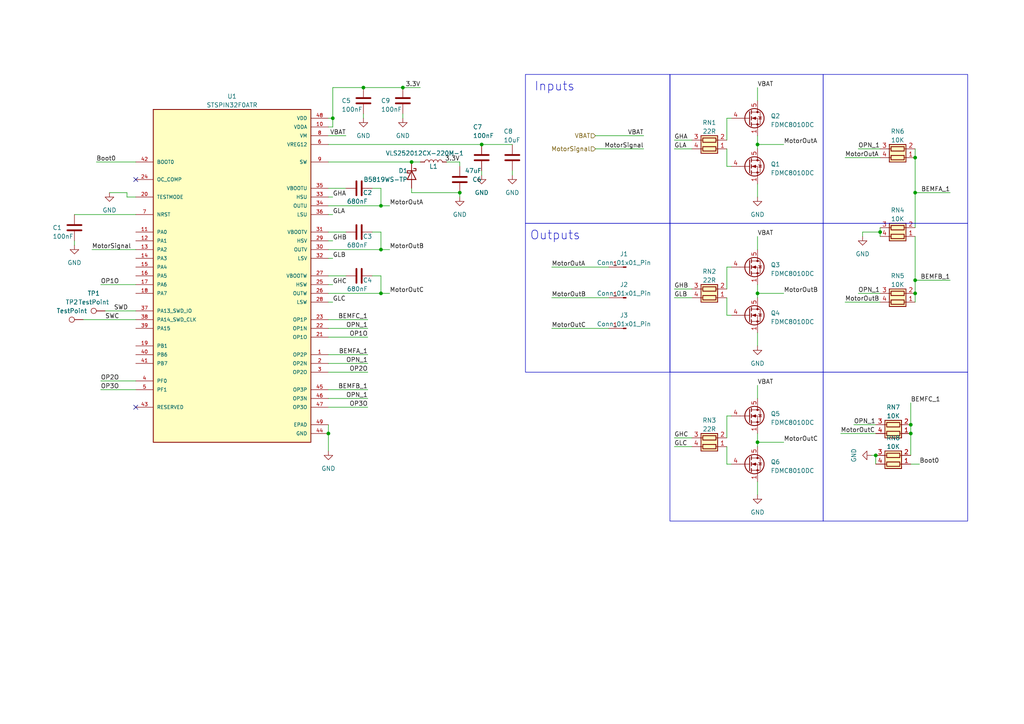
<source format=kicad_sch>
(kicad_sch (version 20230121) (generator eeschema)
  (paper "A4")
  (lib_symbols
    (symbol "Connector:Conn_01x01_Pin" (pin_names (offset 1.016) hide)
      (property "Reference" "J" (at 0 2.54 0))
      (property "Value" "Conn_01x01_Pin" (at 0 -2.54 0))
      (symbol "Conn_01x01_Pin_1_1"
        (polyline (pts (xy 1.27 0) (xy 0.8636 0)) (stroke (width 0.1524)))
        (rectangle (start 0.8636 0.127) (end 0 -0.127) (stroke (width 0.1524)) (fill (type outline)))
        (pin passive line (at 5.08 0 180) (length 3.81) (name "Pin_1") (number "1"))
      )
    )
    (symbol "Connector:TestPoint" (pin_numbers hide) (pin_names (offset 0.762) hide)
      (property "Reference" "TP" (at 0 6.858 0))
      (property "Value" "TestPoint" (at 0 5.08 0))
      (symbol "TestPoint_0_1"
        (circle (center 0 3.302) (radius 0.762))
      )
      (symbol "TestPoint_1_1"
        (pin passive line (at 0 0 90) (length 2.54) (name "1") (number "1"))
      )
    )
    (symbol "Device:C" (pin_numbers hide) (pin_names (offset 0.254))
      (property "Reference" "C" (at 0.635 2.54 0))
      (property "Value" "C" (at 0.635 -2.54 0))
      (symbol "C_0_1"
        (polyline (pts (xy -2.032 -0.762) (xy 2.032 -0.762)) (stroke (width 0.508)))
        (polyline (pts (xy -2.032 0.762) (xy 2.032 0.762)) (stroke (width 0.508)))
      )
      (symbol "C_1_1"
        (pin passive line (at 0 3.81 270) (length 2.794) (name "~") (number "1"))
        (pin passive line (at 0 -3.81 90) (length 2.794) (name "~") (number "2"))
      )
    )
    (symbol "Device:D_Schottky" (pin_numbers hide) (pin_names (offset 1.016) hide)
      (property "Reference" "D" (at 0 2.54 0))
      (property "Value" "D_Schottky" (at 0 -2.54 0))
      (symbol "D_Schottky_0_1"
        (polyline (pts (xy 1.27 0) (xy -1.27 0)))
        (polyline (pts (xy 1.27 1.27) (xy 1.27 -1.27) (xy -1.27 0) (xy 1.27 1.27)) (stroke (width 0.254)))
        (polyline (pts (xy -1.905 0.635) (xy -1.905 1.27) (xy -1.27 1.27) (xy -1.27 -1.27) (xy -0.635 -1.27) (xy -0.635 -0.635)) (stroke (width 0.254)))
      )
      (symbol "D_Schottky_1_1"
        (pin passive line (at -3.81 0 0) (length 2.54) (name "K") (number "1"))
        (pin passive line (at 3.81 0 180) (length 2.54) (name "A") (number "2"))
      )
    )
    (symbol "Device:L" (pin_numbers hide) (pin_names (offset 1.016) hide)
      (property "Reference" "L" (at -1.27 0 90))
      (property "Value" "L" (at 1.905 0 90))
      (symbol "L_0_1"
        (arc (start 0 -2.54) (mid 0.6323 -1.905) (end 0 -1.27))
        (arc (start 0 -1.27) (mid 0.6323 -0.635) (end 0 0))
        (arc (start 0 0) (mid 0.6323 0.635) (end 0 1.27))
        (arc (start 0 1.27) (mid 0.6323 1.905) (end 0 2.54))
      )
      (symbol "L_1_1"
        (pin passive line (at 0 3.81 270) (length 1.27) (name "1") (number "1"))
        (pin passive line (at 0 -3.81 90) (length 1.27) (name "2") (number "2"))
      )
    )
    (symbol "Device:R_Pack02" (pin_names (offset 0) hide)
      (property "Reference" "RN" (at -5.08 0 90))
      (property "Value" "R_Pack02" (at 2.54 0 90))
      (symbol "R_Pack02_0_1"
        (rectangle (start -3.81 -2.413) (end 1.27 2.413) (stroke (width 0.254)) (fill (type background)))
        (rectangle (start -3.175 1.905) (end -1.905 -1.905) (stroke (width 0.254)))
        (rectangle (start -0.635 1.905) (end 0.635 -1.905) (stroke (width 0.254)))
        (polyline (pts (xy -2.54 -2.54) (xy -2.54 -1.905)))
        (polyline (pts (xy -2.54 1.905) (xy -2.54 2.54)))
        (polyline (pts (xy 0 -2.54) (xy 0 -1.905)))
        (polyline (pts (xy 0 1.905) (xy 0 2.54)))
      )
      (symbol "R_Pack02_1_1"
        (pin passive line (at -2.54 -5.08 90) (length 2.54) (name "R1.1") (number "1"))
        (pin passive line (at 0 -5.08 90) (length 2.54) (name "R2.1") (number "2"))
        (pin passive line (at 0 5.08 270) (length 2.54) (name "R2.2") (number "3"))
        (pin passive line (at -2.54 5.08 270) (length 2.54) (name "R1.2") (number "4"))
      )
    )
    (symbol "OpenHW:FDMC8010DC" (pin_names (offset 0) hide)
      (property "Reference" "Q" (at 5.08 1.27 0))
      (property "Value" "FDMC8010DC" (at 5.08 -1.27 0))
      (symbol "FDMC8010DC_0_1"
        (polyline (pts (xy 0.254 0) (xy -2.54 0)))
        (polyline (pts (xy 0.254 1.905) (xy 0.254 -1.905)) (stroke (width 0.254)))
        (polyline (pts (xy 0.762 -1.27) (xy 0.762 -2.286)) (stroke (width 0.254)))
        (polyline (pts (xy 0.762 0.508) (xy 0.762 -0.508)) (stroke (width 0.254)))
        (polyline (pts (xy 0.762 2.286) (xy 0.762 1.27)) (stroke (width 0.254)))
        (polyline (pts (xy 2.54 2.54) (xy 2.54 1.778)))
        (polyline (pts (xy 2.54 -2.54) (xy 2.54 0) (xy 0.762 0)))
        (polyline (pts (xy 0.762 -1.778) (xy 3.302 -1.778) (xy 3.302 1.778) (xy 0.762 1.778)))
        (polyline (pts (xy 1.016 0) (xy 2.032 0.381) (xy 2.032 -0.381) (xy 1.016 0)) (fill (type outline)))
        (polyline (pts (xy 2.794 0.508) (xy 2.921 0.381) (xy 3.683 0.381) (xy 3.81 0.254)))
        (polyline (pts (xy 3.302 0.381) (xy 2.921 -0.254) (xy 3.683 -0.254) (xy 3.302 0.381)))
        (circle (center 1.651 0) (radius 2.794) (stroke (width 0.254)))
        (circle (center 2.54 -1.778) (radius 0.254) (fill (type outline)))
        (circle (center 2.54 1.778) (radius 0.254) (fill (type outline)))
      )
      (symbol "FDMC8010DC_1_1"
        (pin passive line (at 2.54 -5.08 90) (length 2.54) (name "S") (number "1"))
        (pin passive line (at 2.54 -5.08 90) (length 2.54) hide (name "S") (number "2"))
        (pin passive line (at 2.54 -5.08 90) (length 2.54) hide (name "S") (number "3"))
        (pin input line (at -5.08 0 0) (length 2.54) (name "G") (number "4"))
        (pin passive line (at 2.54 5.08 270) (length 2.54) (name "D") (number "5"))
      )
    )
    (symbol "OpenHW:STSPIN32F0ATR" (pin_names (offset 1.016))
      (property "Reference" "U" (at -22.86 49.53 0))
      (property "Value" "STSPIN32F0ATR" (at -22.86 -49.53 0))
      (symbol "STSPIN32F0ATR_0_0"
        (rectangle (start -22.86 -48.26) (end 22.86 48.26) (stroke (width 0.254)) (fill (type background)))
        (pin input line (at 27.94 -22.86 180) (length 5.08) (name "OP2P") (number "1"))
        (pin power_in line (at 27.94 43.18 180) (length 5.08) (name "VDDA") (number "10"))
        (pin bidirectional line (at -27.94 12.7 0) (length 5.08) (name "PA0") (number "11"))
        (pin bidirectional line (at -27.94 10.16 0) (length 5.08) (name "PA1") (number "12"))
        (pin bidirectional line (at -27.94 7.62 0) (length 5.08) (name "PA2") (number "13"))
        (pin bidirectional line (at -27.94 5.08 0) (length 5.08) (name "PA3") (number "14"))
        (pin bidirectional line (at -27.94 2.54 0) (length 5.08) (name "PA4") (number "15"))
        (pin bidirectional line (at -27.94 0 0) (length 5.08) (name "PA5") (number "16"))
        (pin bidirectional line (at -27.94 -2.54 0) (length 5.08) (name "PA6") (number "17"))
        (pin bidirectional line (at -27.94 -5.08 0) (length 5.08) (name "PA7") (number "18"))
        (pin bidirectional line (at -27.94 -20.32 0) (length 5.08) (name "PB1") (number "19"))
        (pin input line (at 27.94 -25.4 180) (length 5.08) (name "OP2N") (number "2"))
        (pin input line (at -27.94 22.86 0) (length 5.08) (name "TESTMODE") (number "20"))
        (pin output line (at 27.94 -17.78 180) (length 5.08) (name "OP1O") (number "21"))
        (pin input line (at 27.94 -15.24 180) (length 5.08) (name "OP1N") (number "22"))
        (pin input line (at 27.94 -12.7 180) (length 5.08) (name "OP1P") (number "23"))
        (pin input line (at -27.94 27.94 0) (length 5.08) (name "OC_COMP") (number "24"))
        (pin output line (at 27.94 -2.54 180) (length 5.08) (name "HSW") (number "25"))
        (pin output line (at 27.94 -5.08 180) (length 5.08) (name "OUTW") (number "26"))
        (pin power_in line (at 27.94 0 180) (length 5.08) (name "VBOOTW") (number "27"))
        (pin output line (at 27.94 -7.62 180) (length 5.08) (name "LSW") (number "28"))
        (pin output line (at 27.94 10.16 180) (length 5.08) (name "HSV") (number "29"))
        (pin output line (at 27.94 -27.94 180) (length 5.08) (name "OP2O") (number "3"))
        (pin output line (at 27.94 7.62 180) (length 5.08) (name "OUTV") (number "30"))
        (pin power_in line (at 27.94 12.7 180) (length 5.08) (name "VBOOTV") (number "31"))
        (pin output line (at 27.94 5.08 180) (length 5.08) (name "LSV") (number "32"))
        (pin output line (at 27.94 22.86 180) (length 5.08) (name "HSU") (number "33"))
        (pin output line (at 27.94 20.32 180) (length 5.08) (name "OUTU") (number "34"))
        (pin power_in line (at 27.94 25.4 180) (length 5.08) (name "VBOOTU") (number "35"))
        (pin output line (at 27.94 17.78 180) (length 5.08) (name "LSU") (number "36"))
        (pin bidirectional line (at -27.94 -10.16 0) (length 5.08) (name "PA13_SWD_IO") (number "37"))
        (pin bidirectional line (at -27.94 -12.7 0) (length 5.08) (name "PA14_SWD_CLK") (number "38"))
        (pin bidirectional line (at -27.94 -15.24 0) (length 5.08) (name "PA15") (number "39"))
        (pin bidirectional line (at -27.94 -30.48 0) (length 5.08) (name "PF0") (number "4"))
        (pin bidirectional line (at -27.94 -22.86 0) (length 5.08) (name "PB6") (number "40"))
        (pin bidirectional line (at -27.94 -25.4 0) (length 5.08) (name "PB7") (number "41"))
        (pin input line (at -27.94 33.02 0) (length 5.08) (name "BOOT0") (number "42"))
        (pin passive line (at -27.94 -38.1 0) (length 5.08) (name "RESERVED") (number "43"))
        (pin power_in line (at 27.94 -45.72 180) (length 5.08) (name "GND") (number "44"))
        (pin input line (at 27.94 -33.02 180) (length 5.08) (name "OP3P") (number "45"))
        (pin input line (at 27.94 -35.56 180) (length 5.08) (name "OP3N") (number "46"))
        (pin output line (at 27.94 -38.1 180) (length 5.08) (name "OP3O") (number "47"))
        (pin power_in line (at 27.94 45.72 180) (length 5.08) (name "VDD") (number "48"))
        (pin power_in line (at 27.94 -43.18 180) (length 5.08) (name "EPAD") (number "49"))
        (pin bidirectional line (at -27.94 -33.02 0) (length 5.08) (name "PF1") (number "5"))
        (pin power_in line (at 27.94 38.1 180) (length 5.08) (name "VREG12") (number "6"))
        (pin bidirectional line (at -27.94 17.78 0) (length 5.08) (name "NRST") (number "7"))
        (pin power_in line (at 27.94 40.64 180) (length 5.08) (name "VM") (number "8"))
        (pin output line (at 27.94 33.02 180) (length 5.08) (name "SW") (number "9"))
      )
    )
    (symbol "power:GND" (power) (pin_names (offset 0))
      (property "Value" "GND" (at 0 -3.81 0))
      (symbol "GND_0_1"
        (polyline (pts (xy 0 0) (xy 0 -1.27) (xy 1.27 -1.27) (xy 0 -2.54) (xy -1.27 -1.27) (xy 0 -1.27)))
      )
      (symbol "GND_1_1"
        (pin power_in line (at 0 0 270) (length 0) hide (name "GND") (number "1"))
      )
    )
  )
  (junction (at 264.16 125.73))
  (junction (at 110.49 72.39))
  (junction (at 133.35 55.88))
  (junction (at 110.49 59.69))
  (junction (at 96.52 34.29))
  (junction (at 265.43 81.28))
  (junction (at 139.7 41.91))
  (junction (at 265.43 45.72))
  (junction (at 265.43 85.09))
  (junction (at 105.41 25.4))
  (junction (at 254 132.08))
  (junction (at 116.84 25.4))
  (junction (at 119.38 46.99))
  (junction (at 95.25 125.73))
  (junction (at 255.27 67.31))
  (junction (at 110.49 85.09))
  (junction (at 264.16 123.19))
  (junction (at 265.43 55.88))
  (junction (at 219.71 41.91))
  (junction (at 219.71 85.09))
  (junction (at 219.71 128.27))
  (no_connect (at 39.37 118.11))
  (no_connect (at 39.37 52.07))
  (wire (pts (xy 210.82 86.36) (xy 210.82 91.44)))
  (wire (pts (xy 107.95 80.01) (xy 110.49 80.01)))
  (wire (pts (xy 248.92 43.18) (xy 255.27 43.18)))
  (wire (pts (xy 265.43 55.88) (xy 265.43 66.04)))
  (wire (pts (xy 265.43 68.58) (xy 265.43 81.28)))
  (wire (pts (xy 210.82 43.18) (xy 210.82 48.26)))
  (wire (pts (xy 96.52 74.93) (xy 95.25 74.93)))
  (wire (pts (xy 110.49 54.61) (xy 110.49 59.69)))
  (wire (pts (xy 110.49 80.01) (xy 110.49 85.09)))
  (wire (pts (xy 243.84 125.73) (xy 254 125.73)))
  (wire (pts (xy 113.03 85.09) (xy 110.49 85.09)))
  (wire (pts (xy 195.58 40.64) (xy 200.66 40.64)))
  (wire (pts (xy 24.13 92.71) (xy 39.37 92.71)))
  (wire (pts (xy 172.72 39.37) (xy 186.69 39.37)))
  (wire (pts (xy 195.58 129.54) (xy 200.66 129.54)))
  (wire (pts (xy 106.68 113.03) (xy 95.25 113.03)))
  (wire (pts (xy 133.35 46.99) (xy 133.35 48.26)))
  (wire (pts (xy 255.27 67.31) (xy 255.27 68.58)))
  (wire (pts (xy 95.25 36.83) (xy 96.52 36.83)))
  (wire (pts (xy 110.49 59.69) (xy 113.03 59.69)))
  (wire (pts (xy 275.59 81.28) (xy 265.43 81.28)))
  (wire (pts (xy 106.68 102.87) (xy 95.25 102.87)))
  (wire (pts (xy 250.19 67.31) (xy 255.27 67.31)))
  (wire (pts (xy 245.11 45.72) (xy 255.27 45.72)))
  (wire (pts (xy 210.82 134.62) (xy 212.09 134.62)))
  (wire (pts (xy 96.52 25.4) (xy 96.52 34.29)))
  (wire (pts (xy 219.71 143.51) (xy 219.71 139.7)))
  (wire (pts (xy 148.59 49.53) (xy 148.59 50.8)))
  (wire (pts (xy 96.52 36.83) (xy 96.52 34.29)))
  (wire (pts (xy 210.82 77.47) (xy 212.09 77.47)))
  (wire (pts (xy 100.33 54.61) (xy 95.25 54.61)))
  (wire (pts (xy 255.27 67.31) (xy 255.27 66.04)))
  (wire (pts (xy 219.71 128.27) (xy 219.71 129.54)))
  (wire (pts (xy 105.41 25.4) (xy 116.84 25.4)))
  (wire (pts (xy 160.02 95.25) (xy 176.53 95.25)))
  (wire (pts (xy 106.68 97.79) (xy 95.25 97.79)))
  (wire (pts (xy 119.38 46.99) (xy 121.92 46.99)))
  (wire (pts (xy 29.21 82.55) (xy 39.37 82.55)))
  (wire (pts (xy 106.68 92.71) (xy 95.25 92.71)))
  (wire (pts (xy 133.35 57.15) (xy 133.35 55.88)))
  (wire (pts (xy 219.71 68.58) (xy 219.71 72.39)))
  (wire (pts (xy 250.19 67.31) (xy 250.19 68.58)))
  (wire (pts (xy 106.68 95.25) (xy 95.25 95.25)))
  (wire (pts (xy 21.59 62.23) (xy 39.37 62.23)))
  (wire (pts (xy 29.21 110.49) (xy 39.37 110.49)))
  (wire (pts (xy 219.71 41.91) (xy 227.33 41.91)))
  (wire (pts (xy 266.7 134.62) (xy 264.16 134.62)))
  (wire (pts (xy 100.33 80.01) (xy 95.25 80.01)))
  (wire (pts (xy 36.83 57.15) (xy 39.37 57.15)))
  (wire (pts (xy 139.7 41.91) (xy 148.59 41.91)))
  (wire (pts (xy 264.16 116.84) (xy 264.16 123.19)))
  (wire (pts (xy 265.43 55.88) (xy 275.59 55.88)))
  (wire (pts (xy 219.71 57.15) (xy 219.71 53.34)))
  (wire (pts (xy 265.43 81.28) (xy 265.43 85.09)))
  (wire (pts (xy 95.25 123.19) (xy 95.25 125.73)))
  (wire (pts (xy 219.71 85.09) (xy 219.71 86.36)))
  (wire (pts (xy 95.25 41.91) (xy 139.7 41.91)))
  (wire (pts (xy 36.83 55.88) (xy 31.75 55.88)))
  (wire (pts (xy 105.41 34.29) (xy 105.41 33.02)))
  (wire (pts (xy 219.71 111.76) (xy 219.71 115.57)))
  (wire (pts (xy 219.71 125.73) (xy 219.71 128.27)))
  (wire (pts (xy 100.33 39.37) (xy 95.25 39.37)))
  (wire (pts (xy 210.82 91.44) (xy 212.09 91.44)))
  (wire (pts (xy 95.25 34.29) (xy 96.52 34.29)))
  (wire (pts (xy 110.49 85.09) (xy 95.25 85.09)))
  (wire (pts (xy 116.84 34.29) (xy 116.84 33.02)))
  (wire (pts (xy 265.43 43.18) (xy 265.43 45.72)))
  (wire (pts (xy 106.68 115.57) (xy 95.25 115.57)))
  (wire (pts (xy 195.58 86.36) (xy 200.66 86.36)))
  (wire (pts (xy 96.52 57.15) (xy 95.25 57.15)))
  (wire (pts (xy 129.54 46.99) (xy 133.35 46.99)))
  (wire (pts (xy 96.52 62.23) (xy 95.25 62.23)))
  (wire (pts (xy 219.71 25.4) (xy 219.71 29.21)))
  (wire (pts (xy 210.82 34.29) (xy 212.09 34.29)))
  (wire (pts (xy 139.7 49.53) (xy 139.7 50.8)))
  (wire (pts (xy 248.92 85.09) (xy 255.27 85.09)))
  (wire (pts (xy 254 132.08) (xy 254 134.62)))
  (wire (pts (xy 247.65 123.19) (xy 254 123.19)))
  (wire (pts (xy 219.71 82.55) (xy 219.71 85.09)))
  (wire (pts (xy 27.94 46.99) (xy 39.37 46.99)))
  (wire (pts (xy 210.82 127) (xy 210.82 120.65)))
  (wire (pts (xy 116.84 25.4) (xy 121.92 25.4)))
  (wire (pts (xy 195.58 127) (xy 200.66 127)))
  (wire (pts (xy 26.67 72.39) (xy 39.37 72.39)))
  (wire (pts (xy 29.21 113.03) (xy 39.37 113.03)))
  (wire (pts (xy 96.52 82.55) (xy 95.25 82.55)))
  (wire (pts (xy 210.82 120.65) (xy 212.09 120.65)))
  (wire (pts (xy 119.38 55.88) (xy 133.35 55.88)))
  (wire (pts (xy 210.82 48.26) (xy 212.09 48.26)))
  (wire (pts (xy 95.25 130.81) (xy 95.25 125.73)))
  (wire (pts (xy 107.95 54.61) (xy 110.49 54.61)))
  (wire (pts (xy 210.82 40.64) (xy 210.82 34.29)))
  (wire (pts (xy 265.43 85.09) (xy 265.43 87.63)))
  (wire (pts (xy 96.52 25.4) (xy 105.41 25.4)))
  (wire (pts (xy 265.43 45.72) (xy 265.43 55.88)))
  (wire (pts (xy 110.49 72.39) (xy 95.25 72.39)))
  (wire (pts (xy 210.82 83.82) (xy 210.82 77.47)))
  (wire (pts (xy 254 132.08) (xy 252.73 132.08)))
  (wire (pts (xy 119.38 46.99) (xy 95.25 46.99)))
  (wire (pts (xy 106.68 105.41) (xy 95.25 105.41)))
  (wire (pts (xy 119.38 54.61) (xy 119.38 55.88)))
  (wire (pts (xy 106.68 118.11) (xy 95.25 118.11)))
  (wire (pts (xy 160.02 86.36) (xy 176.53 86.36)))
  (wire (pts (xy 219.71 128.27) (xy 227.33 128.27)))
  (wire (pts (xy 219.71 39.37) (xy 219.71 41.91)))
  (wire (pts (xy 21.59 71.12) (xy 21.59 69.85)))
  (wire (pts (xy 160.02 77.47) (xy 176.53 77.47)))
  (wire (pts (xy 195.58 43.18) (xy 200.66 43.18)))
  (wire (pts (xy 264.16 125.73) (xy 264.16 132.08)))
  (wire (pts (xy 30.48 90.17) (xy 39.37 90.17)))
  (wire (pts (xy 245.11 87.63) (xy 255.27 87.63)))
  (wire (pts (xy 172.72 43.18) (xy 186.69 43.18)))
  (wire (pts (xy 219.71 100.33) (xy 219.71 96.52)))
  (wire (pts (xy 219.71 41.91) (xy 219.71 43.18)))
  (wire (pts (xy 195.58 83.82) (xy 200.66 83.82)))
  (wire (pts (xy 110.49 67.31) (xy 110.49 72.39)))
  (wire (pts (xy 107.95 67.31) (xy 110.49 67.31)))
  (wire (pts (xy 219.71 85.09) (xy 227.33 85.09)))
  (wire (pts (xy 113.03 72.39) (xy 110.49 72.39)))
  (wire (pts (xy 36.83 55.88) (xy 36.83 57.15)))
  (wire (pts (xy 96.52 69.85) (xy 95.25 69.85)))
  (wire (pts (xy 96.52 87.63) (xy 95.25 87.63)))
  (wire (pts (xy 210.82 129.54) (xy 210.82 134.62)))
  (wire (pts (xy 100.33 67.31) (xy 95.25 67.31)))
  (wire (pts (xy 264.16 123.19) (xy 264.16 125.73)))
  (wire (pts (xy 106.68 107.95) (xy 95.25 107.95)))
  (wire (pts (xy 95.25 59.69) (xy 110.49 59.69)))
  (rectangle (start 194.31 107.95) (end 238.76 151.13))
  (rectangle (start 152.4 21.59) (end 194.31 64.77))
  (rectangle (start 238.76 21.59) (end 280.67 64.77))
  (rectangle (start 152.4 64.77) (end 194.31 107.95))
  (rectangle (start 238.76 107.95) (end 280.67 151.13))
  (rectangle (start 194.31 21.59) (end 238.76 64.77))
  (rectangle (start 238.76 64.77) (end 280.67 107.95))
  (rectangle (start 194.31 64.77) (end 238.76 107.95))
  (text "Inputs" (at 154.94 26.67 0) (effects (font (size 2.54 2.54)) (justify left bottom)))
  (text "Outputs" (at 153.67 69.85 0) (effects (font (size 2.54 2.54)) (justify left bottom)))
  (label "BEMFC_1" (at 264.16 116.84 0))
  (label "OP2O" (at 106.68 107.95 180))
  (label "GLC" (at 96.52 87.63 0))
  (label "GHB" (at 96.52 69.85 0))
  (label "BEMFB_1" (at 106.68 113.03 180))
  (label "VBAT" (at 219.71 68.58 0))
  (label "Boot0" (at 266.7 134.62 0))
  (label "OPN_1" (at 106.68 95.25 180))
  (label "OP3O" (at 106.68 118.11 180))
  (label "VBAT" (at 219.71 111.76 0))
  (label "OPN_1" (at 106.68 115.57 180))
  (label "Boot0" (at 27.94 46.99 0))
  (label "BEMFA_1" (at 275.59 55.88 180))
  (label "BEMFA_1" (at 106.68 102.87 180))
  (label "OPN_1" (at 247.65 123.19 0))
  (label "MotorOutB" (at 160.02 86.36 0))
  (label "MotorOutA" (at 245.11 45.72 0))
  (label "GLB" (at 195.58 86.36 0))
  (label "3.3V" (at 121.92 25.4 180))
  (label "MotorOutB" (at 113.03 72.39 0))
  (label "OP2O" (at 29.21 110.49 0))
  (label "SWD" (at 33.02 90.17 0))
  (label "MotorOutB" (at 245.11 87.63 0))
  (label "OP3O" (at 29.21 113.03 0))
  (label "MotorOutC" (at 243.84 125.73 0))
  (label "GLC" (at 195.58 129.54 0))
  (label "MotorOutA" (at 113.03 59.69 0))
  (label "VBAT" (at 186.69 39.37 180))
  (label "GHA" (at 96.52 57.15 0))
  (label "OP1O" (at 106.68 97.79 180))
  (label "MotorSignal" (at 26.67 72.39 0))
  (label "GLA" (at 195.58 43.18 0))
  (label "MotorOutC" (at 227.33 128.27 0))
  (label "BEMFB_1" (at 275.59 81.28 180))
  (label "GLB" (at 96.52 74.93 0))
  (label "MotorOutC" (at 113.03 85.09 0))
  (label "MotorOutC" (at 160.02 95.25 0))
  (label "GHB" (at 195.58 83.82 0))
  (label "VBAT" (at 219.71 25.4 0))
  (label "OPN_1" (at 106.68 105.41 180))
  (label "GHA" (at 195.58 40.64 0))
  (label "VBAT" (at 100.33 39.37 180))
  (label "OPN_1" (at 248.92 85.09 0))
  (label "3.3V" (at 133.35 46.99 180))
  (label "MotorOutB" (at 227.33 85.09 0))
  (label "OPN_1" (at 248.92 43.18 0))
  (label "GLA" (at 96.52 62.23 0))
  (label "OP1O" (at 29.21 82.55 0))
  (label "BEMFC_1" (at 106.68 92.71 180))
  (label "GHC" (at 195.58 127 0))
  (label "GHC" (at 96.52 82.55 0))
  (label "SWC" (at 30.48 92.71 0))
  (label "MotorOutA" (at 160.02 77.47 0))
  (label "MotorOutA" (at 227.33 41.91 0))
  (label "MotorSignal" (at 186.69 43.18 180))
  (hierarchical_label "VBAT" (shape input) (at 172.72 39.37 180))
  (hierarchical_label "MotorSignal" (shape input) (at 172.72 43.18 180))
  (symbol (lib_id "power:GND") (at 95.25 130.81 0) (unit 1)
    (property "Reference" "#PWR04" (effects hide))
    (property "Value" "GND" (at 95.25 135.89 0))
    (instances (project "Slimmeri_GD32" (path "" (reference "#PWR04") (unit 1)) (path "" (reference "#PWR029") (unit 1))))
  )
  (symbol (lib_id "power:GND") (at 219.71 57.15 0) (unit 1)
    (property "Reference" "#PWR07" (effects hide))
    (property "Value" "GND" (at 219.71 62.23 0))
    (instances (project "Slimmeri_GD32" (path "" (reference "#PWR07") (unit 1)) (path "" (reference "#PWR035") (unit 1))))
  )
  (symbol (lib_id "power:GND") (at 116.84 34.29 0) (unit 1)
    (property "Reference" "#PWR011" (effects hide))
    (property "Value" "GND" (at 116.84 39.37 0))
    (instances (project "Slimmeri_GD32" (path "" (reference "#PWR011") (unit 1)) (path "" (reference "#PWR031") (unit 1))))
  )
  (symbol (lib_id "Device:R_Pack02") (at 260.35 85.09 90) (unit 1)
    (property "Reference" "RN5" (at 260.35 80.01 90))
    (property "Value" "10K" (at 260.35 82.55 90))
    (property "Footprint" "OpenHW:R_Array_Slim_2x0402" (effects hide))
    (instances (project "Slimmeri_GD32" (path "" (reference "RN5") (unit 1)) (path "" (reference "RN24") (unit 1))))
  )
  (symbol (lib_id "Device:C") (at 116.84 29.21 0) (unit 1)
    (property "Reference" "C9" (at 110.49 29.21 0) (effects (justify left)))
    (property "Value" "100nF" (at 110.49 31.75 0) (effects (justify left)))
    (property "Footprint" "Capacitor_SMD:C_0402_1005Metric" (effects hide))
    (instances (project "Slimmeri_GD32" (path "" (reference "C9") (unit 1)) (path "" (reference "C24") (unit 1))))
  )
  (symbol (lib_id "OpenHW:STSPIN32F0ATR") (at 67.31 80.01 0) (unit 1)
    (property "Reference" "U1" (at 67.31 27.94 0))
    (property "Value" "STSPIN32F0ATR" (at 67.31 30.48 0))
    (property "Footprint" "IC_STSPIN32F0ATR" (effects hide))
    (property "PARTREV" "2" (effects hide))
    (property "STANDARD" "Manufacturer Recommendations" (effects hide))
    (property "SNAPEDA_PN" "STSPIN32F0ATR" (effects hide))
    (property "MAXIMUM_PACKAGE_HEIGHT" "1.1 mm" (effects hide))
    (property "MANUFACTURER" "STMicroelectronics" (effects hide))
    (instances (project "Slimmeri_GD32" (path "" (reference "U1") (unit 1)) (path "" (reference "U3") (unit 1))))
  )
  (symbol (lib_id "Connector:Conn_01x01_Pin") (at 181.61 86.36 180) (unit 1)
    (property "Reference" "J2" (at 180.975 82.55 0))
    (property "Value" "Conn_01x01_Pin" (at 180.975 85.09 0))
    (property "Footprint" "OpenHW:MotorPad" (effects hide))
    (instances (project "Slimmeri_GD32" (path "" (reference "J2") (unit 1)) (path "" (reference "J8") (unit 1))))
  )
  (symbol (lib_id "Device:R_Pack02") (at 260.35 66.04 90) (unit 1)
    (property "Reference" "RN4" (at 260.35 60.96 90))
    (property "Value" "10K" (at 260.35 63.5 90))
    (property "Footprint" "OpenHW:R_Array_Slim_2x0402" (effects hide))
    (instances (project "Slimmeri_GD32" (path "" (reference "RN4") (unit 1)) (path "" (reference "RN23") (unit 1))))
  )
  (symbol (lib_id "power:GND") (at 148.59 50.8 0) (unit 1)
    (property "Reference" "#PWR013" (effects hide))
    (property "Value" "GND" (at 148.59 55.88 0))
    (instances (project "Slimmeri_GD32" (path "" (reference "#PWR013") (unit 1)) (path "" (reference "#PWR034") (unit 1))))
  )
  (symbol (lib_id "Device:R_Pack02") (at 260.35 43.18 90) (unit 1)
    (property "Reference" "RN6" (at 260.35 38.1 90))
    (property "Value" "10K" (at 260.35 40.64 90))
    (property "Footprint" "OpenHW:R_Array_Slim_2x0402" (effects hide))
    (instances (project "Slimmeri_GD32" (path "" (reference "RN6") (unit 1)) (path "" (reference "RN22") (unit 1))))
  )
  (symbol (lib_id "power:GND") (at 219.71 143.51 0) (unit 1)
    (property "Reference" "#PWR09" (effects hide))
    (property "Value" "GND" (at 219.71 148.59 0))
    (instances (project "Slimmeri_GD32" (path "" (reference "#PWR09") (unit 1)) (path "" (reference "#PWR037") (unit 1))))
  )
  (symbol (lib_id "Connector:Conn_01x01_Pin") (at 181.61 95.25 180) (unit 1)
    (property "Reference" "J3" (at 180.975 91.44 0))
    (property "Value" "Conn_01x01_Pin" (at 180.975 93.98 0))
    (property "Footprint" "OpenHW:MotorPad" (effects hide))
    (instances (project "Slimmeri_GD32" (path "" (reference "J3") (unit 1)) (path "" (reference "J9") (unit 1))))
  )
  (symbol (lib_id "power:GND") (at 133.35 57.15 0) (unit 1)
    (property "Reference" "#PWR015" (effects hide))
    (property "Value" "GND" (at 133.35 62.23 0))
    (instances (project "Slimmeri_GD32" (path "" (reference "#PWR015") (unit 1)) (path "" (reference "#PWR032") (unit 1))))
  )
  (symbol (lib_id "power:GND") (at 31.75 55.88 0) (unit 1)
    (property "Reference" "#PWR014" (effects hide))
    (property "Value" "GND" (at 31.75 60.96 0))
    (instances (project "Slimmeri_GD32" (path "" (reference "#PWR014") (unit 1)) (path "" (reference "#PWR028") (unit 1))))
  )
  (symbol (lib_id "OpenHW:FDMC8010DC") (at 217.17 91.44 0) (unit 1)
    (property "Reference" "Q4" (at 223.52 90.805 0) (effects (justify left)))
    (property "Value" "FDMC8010DC" (at 223.52 93.345 0) (effects (justify left)))
    (property "Footprint" "OpenHW:TRANS_FDMC8010DC" (effects hide))
    (property "Datasheet" "https://datasheet.lcsc.com/lcsc/2005271103_onsemi-FDMC8010DC_C555489.pdf" (effects hide))
    (property "LCSC" "https://www.lcsc.com/product-detail/MOSFETs_onsemi-FDMC8010DC_C555489.html" (effects hide))
    (instances (project "Slimmeri_GD32" (path "" (reference "Q4") (unit 1)) (path "" (reference "Q16") (unit 1))))
  )
  (symbol (lib_id "Device:C") (at 104.14 54.61 90) (unit 1)
    (property "Reference" "C2" (at 107.95 55.88 90) (effects (justify left)))
    (property "Value" "680nF" (at 106.68 58.42 90) (effects (justify left)))
    (property "Footprint" "Capacitor_SMD:C_0603_1608Metric" (effects hide))
    (instances (project "Slimmeri_GD32" (path "" (reference "C2") (unit 1)) (path "" (reference "C20") (unit 1))))
  )
  (symbol (lib_id "Device:C") (at 148.59 45.72 0) (unit 1)
    (property "Reference" "C8" (at 146.05 38.1 0) (effects (justify left)))
    (property "Value" "10uF" (at 146.05 40.64 0) (effects (justify left)))
    (property "Footprint" "Capacitor_SMD:C_0603_1608Metric" (effects hide))
    (instances (project "Slimmeri_GD32" (path "" (reference "C8") (unit 1)) (path "" (reference "C27") (unit 1))))
  )
  (symbol (lib_id "power:GND") (at 252.73 132.08 270) (unit 1)
    (property "Reference" "#PWR01" (effects hide))
    (property "Value" "GND" (at 247.65 132.08 0))
    (instances (project "Slimmeri_GD32" (path "" (reference "#PWR01") (unit 1)) (path "" (reference "#PWR039") (unit 1))))
  )
  (symbol (lib_id "Device:D_Schottky") (at 119.38 50.8 270) (unit 1)
    (property "Reference" "D1" (at 115.57 49.53 90) (effects (justify left)))
    (property "Value" "B5819WS-TP" (at 105.41 52.07 90) (effects (justify left)))
    (property "Footprint" "Diode_SMD:D_SOD-323" (effects hide))
    (instances (project "Slimmeri_GD32" (path "" (reference "D1") (unit 1)) (path "" (reference "D3") (unit 1))))
  )
  (symbol (lib_id "Device:R_Pack02") (at 259.08 132.08 90) (unit 1)
    (property "Reference" "RN8" (at 259.08 127 90))
    (property "Value" "10K" (at 259.08 129.54 90))
    (property "Footprint" "OpenHW:R_Array_Slim_2x0402" (effects hide))
    (instances (project "Slimmeri_GD32" (path "" (reference "RN8") (unit 1)) (path "" (reference "RN21") (unit 1))))
  )
  (symbol (lib_id "power:GND") (at 250.19 68.58 0) (unit 1)
    (property "Reference" "#PWR02" (effects hide))
    (property "Value" "GND" (at 250.19 73.66 0))
    (instances (project "Slimmeri_GD32" (path "" (reference "#PWR02") (unit 1)) (path "" (reference "#PWR038") (unit 1))))
  )
  (symbol (lib_id "OpenHW:FDMC8010DC") (at 217.17 120.65 0) (unit 1)
    (property "Reference" "Q5" (at 223.52 120.015 0) (effects (justify left)))
    (property "Value" "FDMC8010DC" (at 223.52 122.555 0) (effects (justify left)))
    (property "Footprint" "OpenHW:TRANS_FDMC8010DC" (effects hide))
    (property "Datasheet" "https://datasheet.lcsc.com/lcsc/2005271103_onsemi-FDMC8010DC_C555489.pdf" (effects hide))
    (property "LCSC" "https://www.lcsc.com/product-detail/MOSFETs_onsemi-FDMC8010DC_C555489.html" (effects hide))
    (instances (project "Slimmeri_GD32" (path "" (reference "Q5") (unit 1)) (path "" (reference "Q17") (unit 1))))
  )
  (symbol (lib_id "power:GND") (at 105.41 34.29 0) (unit 1)
    (property "Reference" "#PWR010" (effects hide))
    (property "Value" "GND" (at 105.41 39.37 0))
    (instances (project "Slimmeri_GD32" (path "" (reference "#PWR010") (unit 1)) (path "" (reference "#PWR030") (unit 1))))
  )
  (symbol (lib_id "Connector:Conn_01x01_Pin") (at 181.61 77.47 180) (unit 1)
    (property "Reference" "J1" (at 180.975 73.66 0))
    (property "Value" "Conn_01x01_Pin" (at 180.975 76.2 0))
    (property "Footprint" "OpenHW:MotorPad" (effects hide))
    (instances (project "Slimmeri_GD32" (path "" (reference "J1") (unit 1)) (path "" (reference "J7") (unit 1))))
  )
  (symbol (lib_id "power:GND") (at 139.7 50.8 0) (unit 1)
    (property "Reference" "#PWR012" (effects hide))
    (property "Value" "GND" (at 139.7 55.88 0))
    (instances (project "Slimmeri_GD32" (path "" (reference "#PWR012") (unit 1)) (path "" (reference "#PWR033") (unit 1))))
  )
  (symbol (lib_id "Device:R_Pack02") (at 205.74 127 90) (unit 1)
    (property "Reference" "RN3" (at 205.74 121.92 90))
    (property "Value" "22R" (at 205.74 124.46 90))
    (property "Footprint" "OpenHW:R_Array_Slim_2x0402" (effects hide))
    (instances (project "Slimmeri_GD32" (path "" (reference "RN3") (unit 1)) (path "" (reference "RN19") (unit 1))))
  )
  (symbol (lib_id "Device:C") (at 105.41 29.21 0) (unit 1)
    (property "Reference" "C5" (at 99.06 29.21 0) (effects (justify left)))
    (property "Value" "100nF" (at 99.06 31.75 0) (effects (justify left)))
    (property "Footprint" "Capacitor_SMD:C_0402_1005Metric" (effects hide))
    (instances (project "Slimmeri_GD32" (path "" (reference "C5") (unit 1)) (path "" (reference "C23") (unit 1))))
  )
  (symbol (lib_id "Device:R_Pack02") (at 205.74 83.82 90) (unit 1)
    (property "Reference" "RN2" (at 205.74 78.74 90))
    (property "Value" "22R" (at 205.74 81.28 90))
    (property "Footprint" "OpenHW:R_Array_Slim_2x0402" (effects hide))
    (instances (project "Slimmeri_GD32" (path "" (reference "RN2") (unit 1)) (path "" (reference "RN18") (unit 1))))
  )
  (symbol (lib_id "OpenHW:FDMC8010DC") (at 217.17 134.62 0) (unit 1)
    (property "Reference" "Q6" (at 223.52 133.985 0) (effects (justify left)))
    (property "Value" "FDMC8010DC" (at 223.52 136.525 0) (effects (justify left)))
    (property "Footprint" "OpenHW:TRANS_FDMC8010DC" (effects hide))
    (property "Datasheet" "https://datasheet.lcsc.com/lcsc/2005271103_onsemi-FDMC8010DC_C555489.pdf" (effects hide))
    (property "LCSC" "https://www.lcsc.com/product-detail/MOSFETs_onsemi-FDMC8010DC_C555489.html" (effects hide))
    (instances (project "Slimmeri_GD32" (path "" (reference "Q6") (unit 1)) (path "" (reference "Q18") (unit 1))))
  )
  (symbol (lib_id "Device:C") (at 104.14 80.01 90) (unit 1)
    (property "Reference" "C4" (at 107.95 81.28 90) (effects (justify left)))
    (property "Value" "680nF" (at 106.68 83.82 90) (effects (justify left)))
    (property "Footprint" "Capacitor_SMD:C_0603_1608Metric" (effects hide))
    (instances (project "Slimmeri_GD32" (path "" (reference "C4") (unit 1)) (path "" (reference "C22") (unit 1))))
  )
  (symbol (lib_id "Connector:TestPoint") (at 24.13 92.71 90) (unit 1)
    (property "Reference" "TP2" (at 20.828 87.63 90))
    (property "Value" "TestPoint" (at 20.828 90.17 90))
    (property "Footprint" "TestPoint:TestPoint_Pad_2.0x2.0mm" (effects hide))
    (instances (project "Slimmeri_GD32" (path "" (reference "TP2") (unit 1)) (path "" (reference "TP5") (unit 1))))
  )
  (symbol (lib_id "Device:C") (at 104.14 67.31 90) (unit 1)
    (property "Reference" "C3" (at 107.95 68.58 90) (effects (justify left)))
    (property "Value" "680nF" (at 106.68 71.12 90) (effects (justify left)))
    (property "Footprint" "Capacitor_SMD:C_0603_1608Metric" (effects hide))
    (instances (project "Slimmeri_GD32" (path "" (reference "C3") (unit 1)) (path "" (reference "C21") (unit 1))))
  )
  (symbol (lib_id "power:GND") (at 21.59 71.12 0) (unit 1)
    (property "Reference" "#PWR06" (effects hide))
    (property "Value" "GND" (at 21.59 76.2 0))
    (instances (project "Slimmeri_GD32" (path "" (reference "#PWR06") (unit 1)) (path "" (reference "#PWR027") (unit 1))))
  )
  (symbol (lib_id "OpenHW:FDMC8010DC") (at 217.17 48.26 0) (unit 1)
    (property "Reference" "Q1" (at 223.52 47.625 0) (effects (justify left)))
    (property "Value" "FDMC8010DC" (at 223.52 50.165 0) (effects (justify left)))
    (property "Footprint" "OpenHW:TRANS_FDMC8010DC" (effects hide))
    (property "Datasheet" "https://datasheet.lcsc.com/lcsc/2005271103_onsemi-FDMC8010DC_C555489.pdf" (effects hide))
    (property "LCSC" "https://www.lcsc.com/product-detail/MOSFETs_onsemi-FDMC8010DC_C555489.html" (effects hide))
    (instances (project "Slimmeri_GD32" (path "" (reference "Q1") (unit 1)) (path "" (reference "Q14") (unit 1))))
  )
  (symbol (lib_id "OpenHW:FDMC8010DC") (at 217.17 77.47 0) (unit 1)
    (property "Reference" "Q3" (at 223.52 76.835 0) (effects (justify left)))
    (property "Value" "FDMC8010DC" (at 223.52 79.375 0) (effects (justify left)))
    (property "Footprint" "OpenHW:TRANS_FDMC8010DC" (effects hide))
    (property "Datasheet" "https://datasheet.lcsc.com/lcsc/2005271103_onsemi-FDMC8010DC_C555489.pdf" (effects hide))
    (property "LCSC" "https://www.lcsc.com/product-detail/MOSFETs_onsemi-FDMC8010DC_C555489.html" (effects hide))
    (instances (project "Slimmeri_GD32" (path "" (reference "Q3") (unit 1)) (path "" (reference "Q15") (unit 1))))
  )
  (symbol (lib_id "Device:R_Pack02") (at 259.08 123.19 90) (unit 1)
    (property "Reference" "RN7" (at 259.08 118.11 90))
    (property "Value" "10K" (at 259.08 120.65 90))
    (property "Footprint" "OpenHW:R_Array_Slim_2x0402" (effects hide))
    (instances (project "Slimmeri_GD32" (path "" (reference "RN7") (unit 1)) (path "" (reference "RN20") (unit 1))))
  )
  (symbol (lib_id "Device:C") (at 21.59 66.04 0) (unit 1)
    (property "Reference" "C1" (at 15.24 66.04 0) (effects (justify left)))
    (property "Value" "100nF" (at 15.24 68.58 0) (effects (justify left)))
    (property "Footprint" "Capacitor_SMD:C_0402_1005Metric" (effects hide))
    (instances (project "Slimmeri_GD32" (path "" (reference "C1") (unit 1)) (path "" (reference "C19") (unit 1))))
  )
  (symbol (lib_id "OpenHW:FDMC8010DC") (at 217.17 34.29 0) (unit 1)
    (property "Reference" "Q2" (at 223.52 33.655 0) (effects (justify left)))
    (property "Value" "FDMC8010DC" (at 223.52 36.195 0) (effects (justify left)))
    (property "Footprint" "OpenHW:TRANS_FDMC8010DC" (effects hide))
    (property "Datasheet" "https://datasheet.lcsc.com/lcsc/2005271103_onsemi-FDMC8010DC_C555489.pdf" (effects hide))
    (property "LCSC" "https://www.lcsc.com/product-detail/MOSFETs_onsemi-FDMC8010DC_C555489.html" (effects hide))
    (instances (project "Slimmeri_GD32" (path "" (reference "Q2") (unit 1)) (path "" (reference "Q13") (unit 1))))
  )
  (symbol (lib_id "power:GND") (at 219.71 100.33 0) (unit 1)
    (property "Reference" "#PWR08" (effects hide))
    (property "Value" "GND" (at 219.71 105.41 0))
    (instances (project "Slimmeri_GD32" (path "" (reference "#PWR08") (unit 1)) (path "" (reference "#PWR036") (unit 1))))
  )
  (symbol (lib_id "Connector:TestPoint") (at 30.48 90.17 90) (unit 1)
    (property "Reference" "TP1" (at 27.178 85.09 90))
    (property "Value" "TestPoint" (at 27.178 87.63 90))
    (property "Footprint" "TestPoint:TestPoint_Pad_2.0x2.0mm" (effects hide))
    (instances (project "Slimmeri_GD32" (path "" (reference "TP1") (unit 1)) (path "" (reference "TP6") (unit 1))))
  )
  (symbol (lib_id "Device:C") (at 133.35 52.07 180) (unit 1)
    (property "Reference" "C6" (at 139.7 52.07 0) (effects (justify left)))
    (property "Value" "47uF" (at 139.7 49.53 0) (effects (justify left)))
    (property "Footprint" "Capacitor_SMD:C_1206_3216Metric" (effects hide))
    (instances (project "Slimmeri_GD32" (path "" (reference "C6") (unit 1)) (path "" (reference "C25") (unit 1))))
  )
  (symbol (lib_id "Device:C") (at 139.7 45.72 0) (unit 1)
    (property "Reference" "C7" (at 137.16 36.83 0) (effects (justify left)))
    (property "Value" "100nF" (at 137.16 39.37 0) (effects (justify left)))
    (property "Footprint" "Capacitor_SMD:C_0402_1005Metric" (effects hide))
    (instances (project "Slimmeri_GD32" (path "" (reference "C7") (unit 1)) (path "" (reference "C26") (unit 1))))
  )
  (symbol (lib_id "Device:L") (at 125.73 46.99 90) (unit 1)
    (property "Reference" "L1" (at 125.73 48.26 90))
    (property "Value" "VLS252012CX-220M-1" (at 123.19 44.45 90))
    (property "Footprint" "Inductor_SMD:L_1008_2520Metric" (effects hide))
    (instances (project "Slimmeri_GD32" (path "" (reference "L1") (unit 1)) (path "" (reference "L3") (unit 1))))
  )
  (symbol (lib_id "Device:R_Pack02") (at 205.74 40.64 90) (unit 1)
    (property "Reference" "RN1" (at 205.74 35.56 90))
    (property "Value" "22R" (at 205.74 38.1 90))
    (property "Footprint" "OpenHW:R_Array_Slim_2x0402" (effects hide))
    (instances (project "Slimmeri_GD32" (path "" (reference "RN1") (unit 1)) (path "" (reference "RN17") (unit 1))))
  )
)
</source>
